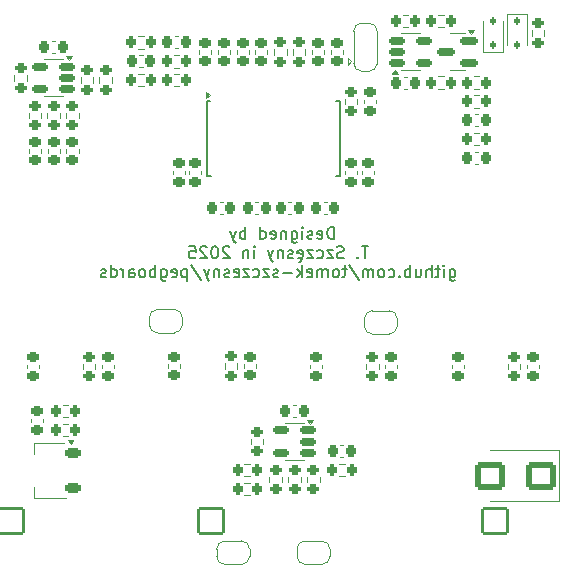
<source format=gbr>
%TF.GenerationSoftware,KiCad,Pcbnew,8.0.8*%
%TF.CreationDate,2025-03-08T19:37:29+01:00*%
%TF.ProjectId,01-2x30w_audio_amp,30312d32-7833-4307-975f-617564696f5f,rev?*%
%TF.SameCoordinates,Original*%
%TF.FileFunction,Legend,Bot*%
%TF.FilePolarity,Positive*%
%FSLAX46Y46*%
G04 Gerber Fmt 4.6, Leading zero omitted, Abs format (unit mm)*
G04 Created by KiCad (PCBNEW 8.0.8) date 2025-03-08 19:37:29*
%MOMM*%
%LPD*%
G01*
G04 APERTURE LIST*
G04 Aperture macros list*
%AMRoundRect*
0 Rectangle with rounded corners*
0 $1 Rounding radius*
0 $2 $3 $4 $5 $6 $7 $8 $9 X,Y pos of 4 corners*
0 Add a 4 corners polygon primitive as box body*
4,1,4,$2,$3,$4,$5,$6,$7,$8,$9,$2,$3,0*
0 Add four circle primitives for the rounded corners*
1,1,$1+$1,$2,$3*
1,1,$1+$1,$4,$5*
1,1,$1+$1,$6,$7*
1,1,$1+$1,$8,$9*
0 Add four rect primitives between the rounded corners*
20,1,$1+$1,$2,$3,$4,$5,0*
20,1,$1+$1,$4,$5,$6,$7,0*
20,1,$1+$1,$6,$7,$8,$9,0*
20,1,$1+$1,$8,$9,$2,$3,0*%
%AMRotRect*
0 Rectangle, with rotation*
0 The origin of the aperture is its center*
0 $1 length*
0 $2 width*
0 $3 Rotation angle, in degrees counterclockwise*
0 Add horizontal line*
21,1,$1,$2,0,0,$3*%
%AMFreePoly0*
4,1,9,3.862500,-0.866500,0.737500,-0.866500,0.737500,-0.450000,-0.737500,-0.450000,-0.737500,0.450000,0.737500,0.450000,0.737500,0.866500,3.862500,0.866500,3.862500,-0.866500,3.862500,-0.866500,$1*%
%AMFreePoly1*
4,1,19,0.500000,-0.750000,0.000000,-0.750000,0.000000,-0.744911,-0.071157,-0.744911,-0.207708,-0.704816,-0.327430,-0.627875,-0.420627,-0.520320,-0.479746,-0.390866,-0.500000,-0.250000,-0.500000,0.250000,-0.479746,0.390866,-0.420627,0.520320,-0.327430,0.627875,-0.207708,0.704816,-0.071157,0.744911,0.000000,0.744911,0.000000,0.750000,0.500000,0.750000,0.500000,-0.750000,0.500000,-0.750000,
$1*%
%AMFreePoly2*
4,1,19,0.000000,0.744911,0.071157,0.744911,0.207708,0.704816,0.327430,0.627875,0.420627,0.520320,0.479746,0.390866,0.500000,0.250000,0.500000,-0.250000,0.479746,-0.390866,0.420627,-0.520320,0.327430,-0.627875,0.207708,-0.704816,0.071157,-0.744911,0.000000,-0.744911,0.000000,-0.750000,-0.500000,-0.750000,-0.500000,0.750000,0.000000,0.750000,0.000000,0.744911,0.000000,0.744911,
$1*%
%AMFreePoly3*
4,1,19,0.000000,0.744911,0.071157,0.744911,0.207708,0.704816,0.327430,0.627875,0.420627,0.520320,0.479746,0.390866,0.500000,0.250000,0.500000,-0.250000,0.479746,-0.390866,0.420627,-0.520320,0.327430,-0.627875,0.207708,-0.704816,0.071157,-0.744911,0.000000,-0.744911,0.000000,-0.750000,-0.550000,-0.750000,-0.550000,0.750000,0.000000,0.750000,0.000000,0.744911,0.000000,0.744911,
$1*%
%AMFreePoly4*
4,1,19,0.550000,-0.750000,0.000000,-0.750000,0.000000,-0.744911,-0.071157,-0.744911,-0.207708,-0.704816,-0.327430,-0.627875,-0.420627,-0.520320,-0.479746,-0.390866,-0.500000,-0.250000,-0.500000,0.250000,-0.479746,0.390866,-0.420627,0.520320,-0.327430,0.627875,-0.207708,0.704816,-0.071157,0.744911,0.000000,0.744911,0.000000,0.750000,0.550000,0.750000,0.550000,-0.750000,0.550000,-0.750000,
$1*%
G04 Aperture macros list end*
%ADD10C,0.200000*%
%ADD11C,0.120000*%
%ADD12C,0.150000*%
%ADD13RoundRect,0.225000X0.250000X-0.225000X0.250000X0.225000X-0.250000X0.225000X-0.250000X-0.225000X0*%
%ADD14C,5.600000*%
%ADD15R,1.700000X1.700000*%
%ADD16O,1.700000X1.700000*%
%ADD17RoundRect,0.200000X0.275000X-0.200000X0.275000X0.200000X-0.275000X0.200000X-0.275000X-0.200000X0*%
%ADD18RoundRect,0.150000X0.512500X0.150000X-0.512500X0.150000X-0.512500X-0.150000X0.512500X-0.150000X0*%
%ADD19RoundRect,0.150000X-0.512500X-0.150000X0.512500X-0.150000X0.512500X0.150000X-0.512500X0.150000X0*%
%ADD20RoundRect,0.225000X-0.225000X-0.250000X0.225000X-0.250000X0.225000X0.250000X-0.225000X0.250000X0*%
%ADD21RoundRect,0.200000X-0.275000X0.200000X-0.275000X-0.200000X0.275000X-0.200000X0.275000X0.200000X0*%
%ADD22RoundRect,0.225000X-0.250000X0.225000X-0.250000X-0.225000X0.250000X-0.225000X0.250000X0.225000X0*%
%ADD23RoundRect,0.225000X0.425000X0.225000X-0.425000X0.225000X-0.425000X-0.225000X0.425000X-0.225000X0*%
%ADD24FreePoly0,180.000000*%
%ADD25RoundRect,0.250000X1.000000X0.900000X-1.000000X0.900000X-1.000000X-0.900000X1.000000X-0.900000X0*%
%ADD26C,1.800000*%
%ADD27C,2.600000*%
%ADD28C,1.600000*%
%ADD29RotRect,1.600000X1.600000X225.000000*%
%ADD30C,1.620000*%
%ADD31RoundRect,0.102000X-1.050000X-1.050000X1.050000X-1.050000X1.050000X1.050000X-1.050000X1.050000X0*%
%ADD32C,2.304000*%
%ADD33RotRect,1.600000X1.600000X315.000000*%
%ADD34RoundRect,0.200000X0.200000X0.275000X-0.200000X0.275000X-0.200000X-0.275000X0.200000X-0.275000X0*%
%ADD35FreePoly1,180.000000*%
%ADD36FreePoly2,180.000000*%
%ADD37RoundRect,0.200000X-0.200000X-0.275000X0.200000X-0.275000X0.200000X0.275000X-0.200000X0.275000X0*%
%ADD38FreePoly3,90.000000*%
%ADD39R,1.500000X1.000000*%
%ADD40FreePoly4,90.000000*%
%ADD41RoundRect,0.225000X0.225000X0.250000X-0.225000X0.250000X-0.225000X-0.250000X0.225000X-0.250000X0*%
%ADD42R,4.360000X4.110000*%
%ADD43R,0.400000X1.200000*%
%ADD44RoundRect,0.112500X-0.112500X0.187500X-0.112500X-0.187500X0.112500X-0.187500X0.112500X0.187500X0*%
%ADD45FreePoly1,0.000000*%
%ADD46FreePoly2,0.000000*%
%ADD47RoundRect,0.150000X0.587500X0.150000X-0.587500X0.150000X-0.587500X-0.150000X0.587500X-0.150000X0*%
%ADD48RoundRect,0.112500X0.112500X-0.187500X0.112500X0.187500X-0.112500X0.187500X-0.112500X-0.187500X0*%
G04 APERTURE END LIST*
D10*
X195614285Y-110147331D02*
X195614285Y-109147331D01*
X195614285Y-109147331D02*
X195376190Y-109147331D01*
X195376190Y-109147331D02*
X195233333Y-109194950D01*
X195233333Y-109194950D02*
X195138095Y-109290188D01*
X195138095Y-109290188D02*
X195090476Y-109385426D01*
X195090476Y-109385426D02*
X195042857Y-109575902D01*
X195042857Y-109575902D02*
X195042857Y-109718759D01*
X195042857Y-109718759D02*
X195090476Y-109909235D01*
X195090476Y-109909235D02*
X195138095Y-110004473D01*
X195138095Y-110004473D02*
X195233333Y-110099712D01*
X195233333Y-110099712D02*
X195376190Y-110147331D01*
X195376190Y-110147331D02*
X195614285Y-110147331D01*
X194233333Y-110099712D02*
X194328571Y-110147331D01*
X194328571Y-110147331D02*
X194519047Y-110147331D01*
X194519047Y-110147331D02*
X194614285Y-110099712D01*
X194614285Y-110099712D02*
X194661904Y-110004473D01*
X194661904Y-110004473D02*
X194661904Y-109623521D01*
X194661904Y-109623521D02*
X194614285Y-109528283D01*
X194614285Y-109528283D02*
X194519047Y-109480664D01*
X194519047Y-109480664D02*
X194328571Y-109480664D01*
X194328571Y-109480664D02*
X194233333Y-109528283D01*
X194233333Y-109528283D02*
X194185714Y-109623521D01*
X194185714Y-109623521D02*
X194185714Y-109718759D01*
X194185714Y-109718759D02*
X194661904Y-109813997D01*
X193804761Y-110099712D02*
X193709523Y-110147331D01*
X193709523Y-110147331D02*
X193519047Y-110147331D01*
X193519047Y-110147331D02*
X193423809Y-110099712D01*
X193423809Y-110099712D02*
X193376190Y-110004473D01*
X193376190Y-110004473D02*
X193376190Y-109956854D01*
X193376190Y-109956854D02*
X193423809Y-109861616D01*
X193423809Y-109861616D02*
X193519047Y-109813997D01*
X193519047Y-109813997D02*
X193661904Y-109813997D01*
X193661904Y-109813997D02*
X193757142Y-109766378D01*
X193757142Y-109766378D02*
X193804761Y-109671140D01*
X193804761Y-109671140D02*
X193804761Y-109623521D01*
X193804761Y-109623521D02*
X193757142Y-109528283D01*
X193757142Y-109528283D02*
X193661904Y-109480664D01*
X193661904Y-109480664D02*
X193519047Y-109480664D01*
X193519047Y-109480664D02*
X193423809Y-109528283D01*
X192947618Y-110147331D02*
X192947618Y-109480664D01*
X192947618Y-109147331D02*
X192995237Y-109194950D01*
X192995237Y-109194950D02*
X192947618Y-109242569D01*
X192947618Y-109242569D02*
X192899999Y-109194950D01*
X192899999Y-109194950D02*
X192947618Y-109147331D01*
X192947618Y-109147331D02*
X192947618Y-109242569D01*
X192042857Y-109480664D02*
X192042857Y-110290188D01*
X192042857Y-110290188D02*
X192090476Y-110385426D01*
X192090476Y-110385426D02*
X192138095Y-110433045D01*
X192138095Y-110433045D02*
X192233333Y-110480664D01*
X192233333Y-110480664D02*
X192376190Y-110480664D01*
X192376190Y-110480664D02*
X192471428Y-110433045D01*
X192042857Y-110099712D02*
X192138095Y-110147331D01*
X192138095Y-110147331D02*
X192328571Y-110147331D01*
X192328571Y-110147331D02*
X192423809Y-110099712D01*
X192423809Y-110099712D02*
X192471428Y-110052092D01*
X192471428Y-110052092D02*
X192519047Y-109956854D01*
X192519047Y-109956854D02*
X192519047Y-109671140D01*
X192519047Y-109671140D02*
X192471428Y-109575902D01*
X192471428Y-109575902D02*
X192423809Y-109528283D01*
X192423809Y-109528283D02*
X192328571Y-109480664D01*
X192328571Y-109480664D02*
X192138095Y-109480664D01*
X192138095Y-109480664D02*
X192042857Y-109528283D01*
X191566666Y-109480664D02*
X191566666Y-110147331D01*
X191566666Y-109575902D02*
X191519047Y-109528283D01*
X191519047Y-109528283D02*
X191423809Y-109480664D01*
X191423809Y-109480664D02*
X191280952Y-109480664D01*
X191280952Y-109480664D02*
X191185714Y-109528283D01*
X191185714Y-109528283D02*
X191138095Y-109623521D01*
X191138095Y-109623521D02*
X191138095Y-110147331D01*
X190280952Y-110099712D02*
X190376190Y-110147331D01*
X190376190Y-110147331D02*
X190566666Y-110147331D01*
X190566666Y-110147331D02*
X190661904Y-110099712D01*
X190661904Y-110099712D02*
X190709523Y-110004473D01*
X190709523Y-110004473D02*
X190709523Y-109623521D01*
X190709523Y-109623521D02*
X190661904Y-109528283D01*
X190661904Y-109528283D02*
X190566666Y-109480664D01*
X190566666Y-109480664D02*
X190376190Y-109480664D01*
X190376190Y-109480664D02*
X190280952Y-109528283D01*
X190280952Y-109528283D02*
X190233333Y-109623521D01*
X190233333Y-109623521D02*
X190233333Y-109718759D01*
X190233333Y-109718759D02*
X190709523Y-109813997D01*
X189376190Y-110147331D02*
X189376190Y-109147331D01*
X189376190Y-110099712D02*
X189471428Y-110147331D01*
X189471428Y-110147331D02*
X189661904Y-110147331D01*
X189661904Y-110147331D02*
X189757142Y-110099712D01*
X189757142Y-110099712D02*
X189804761Y-110052092D01*
X189804761Y-110052092D02*
X189852380Y-109956854D01*
X189852380Y-109956854D02*
X189852380Y-109671140D01*
X189852380Y-109671140D02*
X189804761Y-109575902D01*
X189804761Y-109575902D02*
X189757142Y-109528283D01*
X189757142Y-109528283D02*
X189661904Y-109480664D01*
X189661904Y-109480664D02*
X189471428Y-109480664D01*
X189471428Y-109480664D02*
X189376190Y-109528283D01*
X188138094Y-110147331D02*
X188138094Y-109147331D01*
X188138094Y-109528283D02*
X188042856Y-109480664D01*
X188042856Y-109480664D02*
X187852380Y-109480664D01*
X187852380Y-109480664D02*
X187757142Y-109528283D01*
X187757142Y-109528283D02*
X187709523Y-109575902D01*
X187709523Y-109575902D02*
X187661904Y-109671140D01*
X187661904Y-109671140D02*
X187661904Y-109956854D01*
X187661904Y-109956854D02*
X187709523Y-110052092D01*
X187709523Y-110052092D02*
X187757142Y-110099712D01*
X187757142Y-110099712D02*
X187852380Y-110147331D01*
X187852380Y-110147331D02*
X188042856Y-110147331D01*
X188042856Y-110147331D02*
X188138094Y-110099712D01*
X187328570Y-109480664D02*
X187090475Y-110147331D01*
X186852380Y-109480664D02*
X187090475Y-110147331D01*
X187090475Y-110147331D02*
X187185713Y-110385426D01*
X187185713Y-110385426D02*
X187233332Y-110433045D01*
X187233332Y-110433045D02*
X187328570Y-110480664D01*
X198542857Y-110757275D02*
X197971429Y-110757275D01*
X198257143Y-111757275D02*
X198257143Y-110757275D01*
X197638095Y-111662036D02*
X197590476Y-111709656D01*
X197590476Y-111709656D02*
X197638095Y-111757275D01*
X197638095Y-111757275D02*
X197685714Y-111709656D01*
X197685714Y-111709656D02*
X197638095Y-111662036D01*
X197638095Y-111662036D02*
X197638095Y-111757275D01*
X196447619Y-111709656D02*
X196304762Y-111757275D01*
X196304762Y-111757275D02*
X196066667Y-111757275D01*
X196066667Y-111757275D02*
X195971429Y-111709656D01*
X195971429Y-111709656D02*
X195923810Y-111662036D01*
X195923810Y-111662036D02*
X195876191Y-111566798D01*
X195876191Y-111566798D02*
X195876191Y-111471560D01*
X195876191Y-111471560D02*
X195923810Y-111376322D01*
X195923810Y-111376322D02*
X195971429Y-111328703D01*
X195971429Y-111328703D02*
X196066667Y-111281084D01*
X196066667Y-111281084D02*
X196257143Y-111233465D01*
X196257143Y-111233465D02*
X196352381Y-111185846D01*
X196352381Y-111185846D02*
X196400000Y-111138227D01*
X196400000Y-111138227D02*
X196447619Y-111042989D01*
X196447619Y-111042989D02*
X196447619Y-110947751D01*
X196447619Y-110947751D02*
X196400000Y-110852513D01*
X196400000Y-110852513D02*
X196352381Y-110804894D01*
X196352381Y-110804894D02*
X196257143Y-110757275D01*
X196257143Y-110757275D02*
X196019048Y-110757275D01*
X196019048Y-110757275D02*
X195876191Y-110804894D01*
X195542857Y-111090608D02*
X195019048Y-111090608D01*
X195019048Y-111090608D02*
X195542857Y-111757275D01*
X195542857Y-111757275D02*
X195019048Y-111757275D01*
X194209524Y-111709656D02*
X194304762Y-111757275D01*
X194304762Y-111757275D02*
X194495238Y-111757275D01*
X194495238Y-111757275D02*
X194590476Y-111709656D01*
X194590476Y-111709656D02*
X194638095Y-111662036D01*
X194638095Y-111662036D02*
X194685714Y-111566798D01*
X194685714Y-111566798D02*
X194685714Y-111281084D01*
X194685714Y-111281084D02*
X194638095Y-111185846D01*
X194638095Y-111185846D02*
X194590476Y-111138227D01*
X194590476Y-111138227D02*
X194495238Y-111090608D01*
X194495238Y-111090608D02*
X194304762Y-111090608D01*
X194304762Y-111090608D02*
X194209524Y-111138227D01*
X193876190Y-111090608D02*
X193352381Y-111090608D01*
X193352381Y-111090608D02*
X193876190Y-111757275D01*
X193876190Y-111757275D02*
X193352381Y-111757275D01*
X192590476Y-111709656D02*
X192685714Y-111757275D01*
X192685714Y-111757275D02*
X192876190Y-111757275D01*
X192876190Y-111757275D02*
X192971428Y-111709656D01*
X192971428Y-111709656D02*
X193019047Y-111614417D01*
X193019047Y-111614417D02*
X193019047Y-111233465D01*
X193019047Y-111233465D02*
X192971428Y-111138227D01*
X192971428Y-111138227D02*
X192876190Y-111090608D01*
X192876190Y-111090608D02*
X192685714Y-111090608D01*
X192685714Y-111090608D02*
X192590476Y-111138227D01*
X192590476Y-111138227D02*
X192542857Y-111233465D01*
X192542857Y-111233465D02*
X192542857Y-111328703D01*
X192542857Y-111328703D02*
X193019047Y-111423941D01*
X192780952Y-111757275D02*
X192876190Y-111852513D01*
X192876190Y-111852513D02*
X192923809Y-111947751D01*
X192923809Y-111947751D02*
X192876190Y-112042989D01*
X192876190Y-112042989D02*
X192780952Y-112090608D01*
X192780952Y-112090608D02*
X192685714Y-112090608D01*
X192161904Y-111709656D02*
X192066666Y-111757275D01*
X192066666Y-111757275D02*
X191876190Y-111757275D01*
X191876190Y-111757275D02*
X191780952Y-111709656D01*
X191780952Y-111709656D02*
X191733333Y-111614417D01*
X191733333Y-111614417D02*
X191733333Y-111566798D01*
X191733333Y-111566798D02*
X191780952Y-111471560D01*
X191780952Y-111471560D02*
X191876190Y-111423941D01*
X191876190Y-111423941D02*
X192019047Y-111423941D01*
X192019047Y-111423941D02*
X192114285Y-111376322D01*
X192114285Y-111376322D02*
X192161904Y-111281084D01*
X192161904Y-111281084D02*
X192161904Y-111233465D01*
X192161904Y-111233465D02*
X192114285Y-111138227D01*
X192114285Y-111138227D02*
X192019047Y-111090608D01*
X192019047Y-111090608D02*
X191876190Y-111090608D01*
X191876190Y-111090608D02*
X191780952Y-111138227D01*
X191304761Y-111090608D02*
X191304761Y-111757275D01*
X191304761Y-111185846D02*
X191257142Y-111138227D01*
X191257142Y-111138227D02*
X191161904Y-111090608D01*
X191161904Y-111090608D02*
X191019047Y-111090608D01*
X191019047Y-111090608D02*
X190923809Y-111138227D01*
X190923809Y-111138227D02*
X190876190Y-111233465D01*
X190876190Y-111233465D02*
X190876190Y-111757275D01*
X190495237Y-111090608D02*
X190257142Y-111757275D01*
X190019047Y-111090608D02*
X190257142Y-111757275D01*
X190257142Y-111757275D02*
X190352380Y-111995370D01*
X190352380Y-111995370D02*
X190399999Y-112042989D01*
X190399999Y-112042989D02*
X190495237Y-112090608D01*
X188876189Y-111757275D02*
X188876189Y-111090608D01*
X188876189Y-110757275D02*
X188923808Y-110804894D01*
X188923808Y-110804894D02*
X188876189Y-110852513D01*
X188876189Y-110852513D02*
X188828570Y-110804894D01*
X188828570Y-110804894D02*
X188876189Y-110757275D01*
X188876189Y-110757275D02*
X188876189Y-110852513D01*
X188399999Y-111090608D02*
X188399999Y-111757275D01*
X188399999Y-111185846D02*
X188352380Y-111138227D01*
X188352380Y-111138227D02*
X188257142Y-111090608D01*
X188257142Y-111090608D02*
X188114285Y-111090608D01*
X188114285Y-111090608D02*
X188019047Y-111138227D01*
X188019047Y-111138227D02*
X187971428Y-111233465D01*
X187971428Y-111233465D02*
X187971428Y-111757275D01*
X186780951Y-110852513D02*
X186733332Y-110804894D01*
X186733332Y-110804894D02*
X186638094Y-110757275D01*
X186638094Y-110757275D02*
X186399999Y-110757275D01*
X186399999Y-110757275D02*
X186304761Y-110804894D01*
X186304761Y-110804894D02*
X186257142Y-110852513D01*
X186257142Y-110852513D02*
X186209523Y-110947751D01*
X186209523Y-110947751D02*
X186209523Y-111042989D01*
X186209523Y-111042989D02*
X186257142Y-111185846D01*
X186257142Y-111185846D02*
X186828570Y-111757275D01*
X186828570Y-111757275D02*
X186209523Y-111757275D01*
X185590475Y-110757275D02*
X185495237Y-110757275D01*
X185495237Y-110757275D02*
X185399999Y-110804894D01*
X185399999Y-110804894D02*
X185352380Y-110852513D01*
X185352380Y-110852513D02*
X185304761Y-110947751D01*
X185304761Y-110947751D02*
X185257142Y-111138227D01*
X185257142Y-111138227D02*
X185257142Y-111376322D01*
X185257142Y-111376322D02*
X185304761Y-111566798D01*
X185304761Y-111566798D02*
X185352380Y-111662036D01*
X185352380Y-111662036D02*
X185399999Y-111709656D01*
X185399999Y-111709656D02*
X185495237Y-111757275D01*
X185495237Y-111757275D02*
X185590475Y-111757275D01*
X185590475Y-111757275D02*
X185685713Y-111709656D01*
X185685713Y-111709656D02*
X185733332Y-111662036D01*
X185733332Y-111662036D02*
X185780951Y-111566798D01*
X185780951Y-111566798D02*
X185828570Y-111376322D01*
X185828570Y-111376322D02*
X185828570Y-111138227D01*
X185828570Y-111138227D02*
X185780951Y-110947751D01*
X185780951Y-110947751D02*
X185733332Y-110852513D01*
X185733332Y-110852513D02*
X185685713Y-110804894D01*
X185685713Y-110804894D02*
X185590475Y-110757275D01*
X184876189Y-110852513D02*
X184828570Y-110804894D01*
X184828570Y-110804894D02*
X184733332Y-110757275D01*
X184733332Y-110757275D02*
X184495237Y-110757275D01*
X184495237Y-110757275D02*
X184399999Y-110804894D01*
X184399999Y-110804894D02*
X184352380Y-110852513D01*
X184352380Y-110852513D02*
X184304761Y-110947751D01*
X184304761Y-110947751D02*
X184304761Y-111042989D01*
X184304761Y-111042989D02*
X184352380Y-111185846D01*
X184352380Y-111185846D02*
X184923808Y-111757275D01*
X184923808Y-111757275D02*
X184304761Y-111757275D01*
X183399999Y-110757275D02*
X183876189Y-110757275D01*
X183876189Y-110757275D02*
X183923808Y-111233465D01*
X183923808Y-111233465D02*
X183876189Y-111185846D01*
X183876189Y-111185846D02*
X183780951Y-111138227D01*
X183780951Y-111138227D02*
X183542856Y-111138227D01*
X183542856Y-111138227D02*
X183447618Y-111185846D01*
X183447618Y-111185846D02*
X183399999Y-111233465D01*
X183399999Y-111233465D02*
X183352380Y-111328703D01*
X183352380Y-111328703D02*
X183352380Y-111566798D01*
X183352380Y-111566798D02*
X183399999Y-111662036D01*
X183399999Y-111662036D02*
X183447618Y-111709656D01*
X183447618Y-111709656D02*
X183542856Y-111757275D01*
X183542856Y-111757275D02*
X183780951Y-111757275D01*
X183780951Y-111757275D02*
X183876189Y-111709656D01*
X183876189Y-111709656D02*
X183923808Y-111662036D01*
X205423810Y-112700552D02*
X205423810Y-113510076D01*
X205423810Y-113510076D02*
X205471429Y-113605314D01*
X205471429Y-113605314D02*
X205519048Y-113652933D01*
X205519048Y-113652933D02*
X205614286Y-113700552D01*
X205614286Y-113700552D02*
X205757143Y-113700552D01*
X205757143Y-113700552D02*
X205852381Y-113652933D01*
X205423810Y-113319600D02*
X205519048Y-113367219D01*
X205519048Y-113367219D02*
X205709524Y-113367219D01*
X205709524Y-113367219D02*
X205804762Y-113319600D01*
X205804762Y-113319600D02*
X205852381Y-113271980D01*
X205852381Y-113271980D02*
X205900000Y-113176742D01*
X205900000Y-113176742D02*
X205900000Y-112891028D01*
X205900000Y-112891028D02*
X205852381Y-112795790D01*
X205852381Y-112795790D02*
X205804762Y-112748171D01*
X205804762Y-112748171D02*
X205709524Y-112700552D01*
X205709524Y-112700552D02*
X205519048Y-112700552D01*
X205519048Y-112700552D02*
X205423810Y-112748171D01*
X204947619Y-113367219D02*
X204947619Y-112700552D01*
X204947619Y-112367219D02*
X204995238Y-112414838D01*
X204995238Y-112414838D02*
X204947619Y-112462457D01*
X204947619Y-112462457D02*
X204900000Y-112414838D01*
X204900000Y-112414838D02*
X204947619Y-112367219D01*
X204947619Y-112367219D02*
X204947619Y-112462457D01*
X204614286Y-112700552D02*
X204233334Y-112700552D01*
X204471429Y-112367219D02*
X204471429Y-113224361D01*
X204471429Y-113224361D02*
X204423810Y-113319600D01*
X204423810Y-113319600D02*
X204328572Y-113367219D01*
X204328572Y-113367219D02*
X204233334Y-113367219D01*
X203900000Y-113367219D02*
X203900000Y-112367219D01*
X203471429Y-113367219D02*
X203471429Y-112843409D01*
X203471429Y-112843409D02*
X203519048Y-112748171D01*
X203519048Y-112748171D02*
X203614286Y-112700552D01*
X203614286Y-112700552D02*
X203757143Y-112700552D01*
X203757143Y-112700552D02*
X203852381Y-112748171D01*
X203852381Y-112748171D02*
X203900000Y-112795790D01*
X202566667Y-112700552D02*
X202566667Y-113367219D01*
X202995238Y-112700552D02*
X202995238Y-113224361D01*
X202995238Y-113224361D02*
X202947619Y-113319600D01*
X202947619Y-113319600D02*
X202852381Y-113367219D01*
X202852381Y-113367219D02*
X202709524Y-113367219D01*
X202709524Y-113367219D02*
X202614286Y-113319600D01*
X202614286Y-113319600D02*
X202566667Y-113271980D01*
X202090476Y-113367219D02*
X202090476Y-112367219D01*
X202090476Y-112748171D02*
X201995238Y-112700552D01*
X201995238Y-112700552D02*
X201804762Y-112700552D01*
X201804762Y-112700552D02*
X201709524Y-112748171D01*
X201709524Y-112748171D02*
X201661905Y-112795790D01*
X201661905Y-112795790D02*
X201614286Y-112891028D01*
X201614286Y-112891028D02*
X201614286Y-113176742D01*
X201614286Y-113176742D02*
X201661905Y-113271980D01*
X201661905Y-113271980D02*
X201709524Y-113319600D01*
X201709524Y-113319600D02*
X201804762Y-113367219D01*
X201804762Y-113367219D02*
X201995238Y-113367219D01*
X201995238Y-113367219D02*
X202090476Y-113319600D01*
X201185714Y-113271980D02*
X201138095Y-113319600D01*
X201138095Y-113319600D02*
X201185714Y-113367219D01*
X201185714Y-113367219D02*
X201233333Y-113319600D01*
X201233333Y-113319600D02*
X201185714Y-113271980D01*
X201185714Y-113271980D02*
X201185714Y-113367219D01*
X200280953Y-113319600D02*
X200376191Y-113367219D01*
X200376191Y-113367219D02*
X200566667Y-113367219D01*
X200566667Y-113367219D02*
X200661905Y-113319600D01*
X200661905Y-113319600D02*
X200709524Y-113271980D01*
X200709524Y-113271980D02*
X200757143Y-113176742D01*
X200757143Y-113176742D02*
X200757143Y-112891028D01*
X200757143Y-112891028D02*
X200709524Y-112795790D01*
X200709524Y-112795790D02*
X200661905Y-112748171D01*
X200661905Y-112748171D02*
X200566667Y-112700552D01*
X200566667Y-112700552D02*
X200376191Y-112700552D01*
X200376191Y-112700552D02*
X200280953Y-112748171D01*
X199709524Y-113367219D02*
X199804762Y-113319600D01*
X199804762Y-113319600D02*
X199852381Y-113271980D01*
X199852381Y-113271980D02*
X199900000Y-113176742D01*
X199900000Y-113176742D02*
X199900000Y-112891028D01*
X199900000Y-112891028D02*
X199852381Y-112795790D01*
X199852381Y-112795790D02*
X199804762Y-112748171D01*
X199804762Y-112748171D02*
X199709524Y-112700552D01*
X199709524Y-112700552D02*
X199566667Y-112700552D01*
X199566667Y-112700552D02*
X199471429Y-112748171D01*
X199471429Y-112748171D02*
X199423810Y-112795790D01*
X199423810Y-112795790D02*
X199376191Y-112891028D01*
X199376191Y-112891028D02*
X199376191Y-113176742D01*
X199376191Y-113176742D02*
X199423810Y-113271980D01*
X199423810Y-113271980D02*
X199471429Y-113319600D01*
X199471429Y-113319600D02*
X199566667Y-113367219D01*
X199566667Y-113367219D02*
X199709524Y-113367219D01*
X198947619Y-113367219D02*
X198947619Y-112700552D01*
X198947619Y-112795790D02*
X198900000Y-112748171D01*
X198900000Y-112748171D02*
X198804762Y-112700552D01*
X198804762Y-112700552D02*
X198661905Y-112700552D01*
X198661905Y-112700552D02*
X198566667Y-112748171D01*
X198566667Y-112748171D02*
X198519048Y-112843409D01*
X198519048Y-112843409D02*
X198519048Y-113367219D01*
X198519048Y-112843409D02*
X198471429Y-112748171D01*
X198471429Y-112748171D02*
X198376191Y-112700552D01*
X198376191Y-112700552D02*
X198233334Y-112700552D01*
X198233334Y-112700552D02*
X198138095Y-112748171D01*
X198138095Y-112748171D02*
X198090476Y-112843409D01*
X198090476Y-112843409D02*
X198090476Y-113367219D01*
X196900001Y-112319600D02*
X197757143Y-113605314D01*
X196709524Y-112700552D02*
X196328572Y-112700552D01*
X196566667Y-112367219D02*
X196566667Y-113224361D01*
X196566667Y-113224361D02*
X196519048Y-113319600D01*
X196519048Y-113319600D02*
X196423810Y-113367219D01*
X196423810Y-113367219D02*
X196328572Y-113367219D01*
X195852381Y-113367219D02*
X195947619Y-113319600D01*
X195947619Y-113319600D02*
X195995238Y-113271980D01*
X195995238Y-113271980D02*
X196042857Y-113176742D01*
X196042857Y-113176742D02*
X196042857Y-112891028D01*
X196042857Y-112891028D02*
X195995238Y-112795790D01*
X195995238Y-112795790D02*
X195947619Y-112748171D01*
X195947619Y-112748171D02*
X195852381Y-112700552D01*
X195852381Y-112700552D02*
X195709524Y-112700552D01*
X195709524Y-112700552D02*
X195614286Y-112748171D01*
X195614286Y-112748171D02*
X195566667Y-112795790D01*
X195566667Y-112795790D02*
X195519048Y-112891028D01*
X195519048Y-112891028D02*
X195519048Y-113176742D01*
X195519048Y-113176742D02*
X195566667Y-113271980D01*
X195566667Y-113271980D02*
X195614286Y-113319600D01*
X195614286Y-113319600D02*
X195709524Y-113367219D01*
X195709524Y-113367219D02*
X195852381Y-113367219D01*
X195090476Y-113367219D02*
X195090476Y-112700552D01*
X195090476Y-112795790D02*
X195042857Y-112748171D01*
X195042857Y-112748171D02*
X194947619Y-112700552D01*
X194947619Y-112700552D02*
X194804762Y-112700552D01*
X194804762Y-112700552D02*
X194709524Y-112748171D01*
X194709524Y-112748171D02*
X194661905Y-112843409D01*
X194661905Y-112843409D02*
X194661905Y-113367219D01*
X194661905Y-112843409D02*
X194614286Y-112748171D01*
X194614286Y-112748171D02*
X194519048Y-112700552D01*
X194519048Y-112700552D02*
X194376191Y-112700552D01*
X194376191Y-112700552D02*
X194280952Y-112748171D01*
X194280952Y-112748171D02*
X194233333Y-112843409D01*
X194233333Y-112843409D02*
X194233333Y-113367219D01*
X193376191Y-113319600D02*
X193471429Y-113367219D01*
X193471429Y-113367219D02*
X193661905Y-113367219D01*
X193661905Y-113367219D02*
X193757143Y-113319600D01*
X193757143Y-113319600D02*
X193804762Y-113224361D01*
X193804762Y-113224361D02*
X193804762Y-112843409D01*
X193804762Y-112843409D02*
X193757143Y-112748171D01*
X193757143Y-112748171D02*
X193661905Y-112700552D01*
X193661905Y-112700552D02*
X193471429Y-112700552D01*
X193471429Y-112700552D02*
X193376191Y-112748171D01*
X193376191Y-112748171D02*
X193328572Y-112843409D01*
X193328572Y-112843409D02*
X193328572Y-112938647D01*
X193328572Y-112938647D02*
X193804762Y-113033885D01*
X192900000Y-113367219D02*
X192900000Y-112367219D01*
X192804762Y-112986266D02*
X192519048Y-113367219D01*
X192519048Y-112700552D02*
X192900000Y-113081504D01*
X192090476Y-112986266D02*
X191328572Y-112986266D01*
X190900000Y-113319600D02*
X190804762Y-113367219D01*
X190804762Y-113367219D02*
X190614286Y-113367219D01*
X190614286Y-113367219D02*
X190519048Y-113319600D01*
X190519048Y-113319600D02*
X190471429Y-113224361D01*
X190471429Y-113224361D02*
X190471429Y-113176742D01*
X190471429Y-113176742D02*
X190519048Y-113081504D01*
X190519048Y-113081504D02*
X190614286Y-113033885D01*
X190614286Y-113033885D02*
X190757143Y-113033885D01*
X190757143Y-113033885D02*
X190852381Y-112986266D01*
X190852381Y-112986266D02*
X190900000Y-112891028D01*
X190900000Y-112891028D02*
X190900000Y-112843409D01*
X190900000Y-112843409D02*
X190852381Y-112748171D01*
X190852381Y-112748171D02*
X190757143Y-112700552D01*
X190757143Y-112700552D02*
X190614286Y-112700552D01*
X190614286Y-112700552D02*
X190519048Y-112748171D01*
X190138095Y-112700552D02*
X189614286Y-112700552D01*
X189614286Y-112700552D02*
X190138095Y-113367219D01*
X190138095Y-113367219D02*
X189614286Y-113367219D01*
X188804762Y-113319600D02*
X188900000Y-113367219D01*
X188900000Y-113367219D02*
X189090476Y-113367219D01*
X189090476Y-113367219D02*
X189185714Y-113319600D01*
X189185714Y-113319600D02*
X189233333Y-113271980D01*
X189233333Y-113271980D02*
X189280952Y-113176742D01*
X189280952Y-113176742D02*
X189280952Y-112891028D01*
X189280952Y-112891028D02*
X189233333Y-112795790D01*
X189233333Y-112795790D02*
X189185714Y-112748171D01*
X189185714Y-112748171D02*
X189090476Y-112700552D01*
X189090476Y-112700552D02*
X188900000Y-112700552D01*
X188900000Y-112700552D02*
X188804762Y-112748171D01*
X188471428Y-112700552D02*
X187947619Y-112700552D01*
X187947619Y-112700552D02*
X188471428Y-113367219D01*
X188471428Y-113367219D02*
X187947619Y-113367219D01*
X187185714Y-113319600D02*
X187280952Y-113367219D01*
X187280952Y-113367219D02*
X187471428Y-113367219D01*
X187471428Y-113367219D02*
X187566666Y-113319600D01*
X187566666Y-113319600D02*
X187614285Y-113224361D01*
X187614285Y-113224361D02*
X187614285Y-112843409D01*
X187614285Y-112843409D02*
X187566666Y-112748171D01*
X187566666Y-112748171D02*
X187471428Y-112700552D01*
X187471428Y-112700552D02*
X187280952Y-112700552D01*
X187280952Y-112700552D02*
X187185714Y-112748171D01*
X187185714Y-112748171D02*
X187138095Y-112843409D01*
X187138095Y-112843409D02*
X187138095Y-112938647D01*
X187138095Y-112938647D02*
X187614285Y-113033885D01*
X186757142Y-113319600D02*
X186661904Y-113367219D01*
X186661904Y-113367219D02*
X186471428Y-113367219D01*
X186471428Y-113367219D02*
X186376190Y-113319600D01*
X186376190Y-113319600D02*
X186328571Y-113224361D01*
X186328571Y-113224361D02*
X186328571Y-113176742D01*
X186328571Y-113176742D02*
X186376190Y-113081504D01*
X186376190Y-113081504D02*
X186471428Y-113033885D01*
X186471428Y-113033885D02*
X186614285Y-113033885D01*
X186614285Y-113033885D02*
X186709523Y-112986266D01*
X186709523Y-112986266D02*
X186757142Y-112891028D01*
X186757142Y-112891028D02*
X186757142Y-112843409D01*
X186757142Y-112843409D02*
X186709523Y-112748171D01*
X186709523Y-112748171D02*
X186614285Y-112700552D01*
X186614285Y-112700552D02*
X186471428Y-112700552D01*
X186471428Y-112700552D02*
X186376190Y-112748171D01*
X185899999Y-112700552D02*
X185899999Y-113367219D01*
X185899999Y-112795790D02*
X185852380Y-112748171D01*
X185852380Y-112748171D02*
X185757142Y-112700552D01*
X185757142Y-112700552D02*
X185614285Y-112700552D01*
X185614285Y-112700552D02*
X185519047Y-112748171D01*
X185519047Y-112748171D02*
X185471428Y-112843409D01*
X185471428Y-112843409D02*
X185471428Y-113367219D01*
X185090475Y-112700552D02*
X184852380Y-113367219D01*
X184614285Y-112700552D02*
X184852380Y-113367219D01*
X184852380Y-113367219D02*
X184947618Y-113605314D01*
X184947618Y-113605314D02*
X184995237Y-113652933D01*
X184995237Y-113652933D02*
X185090475Y-113700552D01*
X183519047Y-112319600D02*
X184376189Y-113605314D01*
X183185713Y-112700552D02*
X183185713Y-113700552D01*
X183185713Y-112748171D02*
X183090475Y-112700552D01*
X183090475Y-112700552D02*
X182899999Y-112700552D01*
X182899999Y-112700552D02*
X182804761Y-112748171D01*
X182804761Y-112748171D02*
X182757142Y-112795790D01*
X182757142Y-112795790D02*
X182709523Y-112891028D01*
X182709523Y-112891028D02*
X182709523Y-113176742D01*
X182709523Y-113176742D02*
X182757142Y-113271980D01*
X182757142Y-113271980D02*
X182804761Y-113319600D01*
X182804761Y-113319600D02*
X182899999Y-113367219D01*
X182899999Y-113367219D02*
X183090475Y-113367219D01*
X183090475Y-113367219D02*
X183185713Y-113319600D01*
X181899999Y-113319600D02*
X181995237Y-113367219D01*
X181995237Y-113367219D02*
X182185713Y-113367219D01*
X182185713Y-113367219D02*
X182280951Y-113319600D01*
X182280951Y-113319600D02*
X182328570Y-113224361D01*
X182328570Y-113224361D02*
X182328570Y-112843409D01*
X182328570Y-112843409D02*
X182280951Y-112748171D01*
X182280951Y-112748171D02*
X182185713Y-112700552D01*
X182185713Y-112700552D02*
X181995237Y-112700552D01*
X181995237Y-112700552D02*
X181899999Y-112748171D01*
X181899999Y-112748171D02*
X181852380Y-112843409D01*
X181852380Y-112843409D02*
X181852380Y-112938647D01*
X181852380Y-112938647D02*
X182328570Y-113033885D01*
X180995237Y-112700552D02*
X180995237Y-113510076D01*
X180995237Y-113510076D02*
X181042856Y-113605314D01*
X181042856Y-113605314D02*
X181090475Y-113652933D01*
X181090475Y-113652933D02*
X181185713Y-113700552D01*
X181185713Y-113700552D02*
X181328570Y-113700552D01*
X181328570Y-113700552D02*
X181423808Y-113652933D01*
X180995237Y-113319600D02*
X181090475Y-113367219D01*
X181090475Y-113367219D02*
X181280951Y-113367219D01*
X181280951Y-113367219D02*
X181376189Y-113319600D01*
X181376189Y-113319600D02*
X181423808Y-113271980D01*
X181423808Y-113271980D02*
X181471427Y-113176742D01*
X181471427Y-113176742D02*
X181471427Y-112891028D01*
X181471427Y-112891028D02*
X181423808Y-112795790D01*
X181423808Y-112795790D02*
X181376189Y-112748171D01*
X181376189Y-112748171D02*
X181280951Y-112700552D01*
X181280951Y-112700552D02*
X181090475Y-112700552D01*
X181090475Y-112700552D02*
X180995237Y-112748171D01*
X180519046Y-113367219D02*
X180519046Y-112367219D01*
X180519046Y-112748171D02*
X180423808Y-112700552D01*
X180423808Y-112700552D02*
X180233332Y-112700552D01*
X180233332Y-112700552D02*
X180138094Y-112748171D01*
X180138094Y-112748171D02*
X180090475Y-112795790D01*
X180090475Y-112795790D02*
X180042856Y-112891028D01*
X180042856Y-112891028D02*
X180042856Y-113176742D01*
X180042856Y-113176742D02*
X180090475Y-113271980D01*
X180090475Y-113271980D02*
X180138094Y-113319600D01*
X180138094Y-113319600D02*
X180233332Y-113367219D01*
X180233332Y-113367219D02*
X180423808Y-113367219D01*
X180423808Y-113367219D02*
X180519046Y-113319600D01*
X179471427Y-113367219D02*
X179566665Y-113319600D01*
X179566665Y-113319600D02*
X179614284Y-113271980D01*
X179614284Y-113271980D02*
X179661903Y-113176742D01*
X179661903Y-113176742D02*
X179661903Y-112891028D01*
X179661903Y-112891028D02*
X179614284Y-112795790D01*
X179614284Y-112795790D02*
X179566665Y-112748171D01*
X179566665Y-112748171D02*
X179471427Y-112700552D01*
X179471427Y-112700552D02*
X179328570Y-112700552D01*
X179328570Y-112700552D02*
X179233332Y-112748171D01*
X179233332Y-112748171D02*
X179185713Y-112795790D01*
X179185713Y-112795790D02*
X179138094Y-112891028D01*
X179138094Y-112891028D02*
X179138094Y-113176742D01*
X179138094Y-113176742D02*
X179185713Y-113271980D01*
X179185713Y-113271980D02*
X179233332Y-113319600D01*
X179233332Y-113319600D02*
X179328570Y-113367219D01*
X179328570Y-113367219D02*
X179471427Y-113367219D01*
X178280951Y-113367219D02*
X178280951Y-112843409D01*
X178280951Y-112843409D02*
X178328570Y-112748171D01*
X178328570Y-112748171D02*
X178423808Y-112700552D01*
X178423808Y-112700552D02*
X178614284Y-112700552D01*
X178614284Y-112700552D02*
X178709522Y-112748171D01*
X178280951Y-113319600D02*
X178376189Y-113367219D01*
X178376189Y-113367219D02*
X178614284Y-113367219D01*
X178614284Y-113367219D02*
X178709522Y-113319600D01*
X178709522Y-113319600D02*
X178757141Y-113224361D01*
X178757141Y-113224361D02*
X178757141Y-113129123D01*
X178757141Y-113129123D02*
X178709522Y-113033885D01*
X178709522Y-113033885D02*
X178614284Y-112986266D01*
X178614284Y-112986266D02*
X178376189Y-112986266D01*
X178376189Y-112986266D02*
X178280951Y-112938647D01*
X177804760Y-113367219D02*
X177804760Y-112700552D01*
X177804760Y-112891028D02*
X177757141Y-112795790D01*
X177757141Y-112795790D02*
X177709522Y-112748171D01*
X177709522Y-112748171D02*
X177614284Y-112700552D01*
X177614284Y-112700552D02*
X177519046Y-112700552D01*
X176757141Y-113367219D02*
X176757141Y-112367219D01*
X176757141Y-113319600D02*
X176852379Y-113367219D01*
X176852379Y-113367219D02*
X177042855Y-113367219D01*
X177042855Y-113367219D02*
X177138093Y-113319600D01*
X177138093Y-113319600D02*
X177185712Y-113271980D01*
X177185712Y-113271980D02*
X177233331Y-113176742D01*
X177233331Y-113176742D02*
X177233331Y-112891028D01*
X177233331Y-112891028D02*
X177185712Y-112795790D01*
X177185712Y-112795790D02*
X177138093Y-112748171D01*
X177138093Y-112748171D02*
X177042855Y-112700552D01*
X177042855Y-112700552D02*
X176852379Y-112700552D01*
X176852379Y-112700552D02*
X176757141Y-112748171D01*
X176328569Y-113319600D02*
X176233331Y-113367219D01*
X176233331Y-113367219D02*
X176042855Y-113367219D01*
X176042855Y-113367219D02*
X175947617Y-113319600D01*
X175947617Y-113319600D02*
X175899998Y-113224361D01*
X175899998Y-113224361D02*
X175899998Y-113176742D01*
X175899998Y-113176742D02*
X175947617Y-113081504D01*
X175947617Y-113081504D02*
X176042855Y-113033885D01*
X176042855Y-113033885D02*
X176185712Y-113033885D01*
X176185712Y-113033885D02*
X176280950Y-112986266D01*
X176280950Y-112986266D02*
X176328569Y-112891028D01*
X176328569Y-112891028D02*
X176328569Y-112843409D01*
X176328569Y-112843409D02*
X176280950Y-112748171D01*
X176280950Y-112748171D02*
X176185712Y-112700552D01*
X176185712Y-112700552D02*
X176042855Y-112700552D01*
X176042855Y-112700552D02*
X175947617Y-112748171D01*
D11*
%TO.C,C5*%
X171010000Y-125359420D02*
X171010000Y-125640580D01*
X169990000Y-125359420D02*
X169990000Y-125640580D01*
%TO.C,R33*%
X190177500Y-130262742D02*
X190177500Y-130737258D01*
X191222500Y-130262742D02*
X191222500Y-130737258D01*
%TO.C,U5*%
X172700000Y-94940000D02*
X171900000Y-94940000D01*
X171100000Y-94940000D02*
X171900000Y-94940000D01*
X172700000Y-98060000D02*
X171900000Y-98060000D01*
X171100000Y-98060000D02*
X171900000Y-98060000D01*
X173200000Y-94990000D02*
X172960000Y-94660000D01*
X173440000Y-94660000D01*
X173200000Y-94990000D01*
G36*
X173200000Y-94990000D02*
G01*
X172960000Y-94660000D01*
X173440000Y-94660000D01*
X173200000Y-94990000D01*
G37*
%TO.C,U1*%
X201300000Y-95860000D02*
X202100000Y-95860001D01*
X202900000Y-95860000D02*
X202100000Y-95860001D01*
X201300000Y-92740000D02*
X202100000Y-92739999D01*
X202900000Y-92740000D02*
X202100000Y-92739999D01*
X201040000Y-96140000D02*
X200560000Y-96140000D01*
X200800000Y-95810000D01*
X201040000Y-96140000D01*
G36*
X201040000Y-96140000D02*
G01*
X200560000Y-96140000D01*
X200800000Y-95810000D01*
X201040000Y-96140000D01*
G37*
%TO.C,C41*%
X172040581Y-94410000D02*
X171759419Y-94410000D01*
X172040581Y-93390000D02*
X171759419Y-93390000D01*
%TO.C,R31*%
X192822500Y-130737258D02*
X192822500Y-130262742D01*
X191777500Y-130737258D02*
X191777500Y-130262742D01*
%TO.C,C16*%
X185790000Y-94440581D02*
X185790000Y-94159419D01*
X186810000Y-94440581D02*
X186810000Y-94159419D01*
%TO.C,C14*%
X182440581Y-94010000D02*
X182159419Y-94010000D01*
X182440581Y-92990000D02*
X182159419Y-92990000D01*
%TO.C,C13*%
X195390000Y-94440581D02*
X195390000Y-94159419D01*
X196410000Y-94440581D02*
X196410000Y-94159419D01*
%TO.C,C12*%
X193790000Y-94440581D02*
X193790000Y-94159419D01*
X194810000Y-94440581D02*
X194810000Y-94159419D01*
%TO.C,C11*%
X187390000Y-94440581D02*
X187390000Y-94159419D01*
X188410000Y-94440581D02*
X188410000Y-94159419D01*
%TO.C,C10*%
X184190000Y-94440581D02*
X184190000Y-94159419D01*
X185210000Y-94440581D02*
X185210000Y-94159419D01*
%TO.C,C9*%
X179440581Y-95610000D02*
X179159419Y-95610000D01*
X179440581Y-94590000D02*
X179159419Y-94590000D01*
%TO.C,C7*%
X207840581Y-103810000D02*
X207559419Y-103810000D01*
X207840581Y-102790000D02*
X207559419Y-102790000D01*
%TO.C,C3*%
X172990000Y-102559419D02*
X172990000Y-102840581D01*
X174010000Y-102559419D02*
X174010000Y-102840581D01*
%TO.C,C2*%
X169790000Y-102559419D02*
X169790000Y-102840581D01*
X170810000Y-102559419D02*
X170810000Y-102840581D01*
%TO.C,C1*%
X171390000Y-102559419D02*
X171390000Y-102840581D01*
X172410000Y-102559419D02*
X172410000Y-102840581D01*
%TO.C,U2*%
X170202499Y-127377500D02*
X172782499Y-127377500D01*
X170202499Y-127377500D02*
X170202499Y-128357500D01*
X170202499Y-132097500D02*
X170202499Y-131117500D01*
X172922499Y-132097500D02*
X170202499Y-132097500D01*
X173332499Y-127527500D02*
X173092499Y-127197500D01*
X173572499Y-127197500D01*
X173332499Y-127527500D01*
G36*
X173332499Y-127527500D02*
G01*
X173092499Y-127197500D01*
X173572499Y-127197500D01*
X173332499Y-127527500D01*
G37*
%TO.C,D5*%
X208850000Y-132325000D02*
X214660000Y-132325000D01*
X208850000Y-128025000D02*
X214660000Y-128025000D01*
X214660000Y-132325000D02*
X214660000Y-128025000D01*
%TO.C,R25*%
X182062742Y-97222500D02*
X182537258Y-97222500D01*
X182062742Y-96177500D02*
X182537258Y-96177500D01*
%TO.C,U3*%
X193600000Y-125790000D02*
X193360000Y-125460000D01*
X193840000Y-125460000D01*
X193600000Y-125790000D01*
G36*
X193600000Y-125790000D02*
G01*
X193360000Y-125460000D01*
X193840000Y-125460000D01*
X193600000Y-125790000D01*
G37*
X193100000Y-128860000D02*
X192300000Y-128860000D01*
X193100000Y-125740000D02*
X192300000Y-125740000D01*
X191500000Y-128860000D02*
X192300000Y-128860000D01*
X191500000Y-125740000D02*
X192300000Y-125740000D01*
%TO.C,C21*%
X192040581Y-106990000D02*
X191759419Y-106990000D01*
X192040581Y-108010000D02*
X191759419Y-108010000D01*
%TO.C,R28*%
X186377500Y-121137258D02*
X186377500Y-120662742D01*
X187422500Y-121137258D02*
X187422500Y-120662742D01*
%TO.C,R3*%
X171377500Y-99462742D02*
X171377500Y-99937258D01*
X172422500Y-99462742D02*
X172422500Y-99937258D01*
%TO.C,C36*%
X205615000Y-121065581D02*
X205615000Y-120784419D01*
X206635000Y-121065581D02*
X206635000Y-120784419D01*
%TO.C,C23*%
X183390000Y-104359419D02*
X183390000Y-104640581D01*
X184410000Y-104359419D02*
X184410000Y-104640581D01*
%TO.C,JP5*%
X192500000Y-137000001D02*
X192500000Y-136399999D01*
X193200000Y-135700000D02*
X194600000Y-135700000D01*
X194600000Y-137700000D02*
X193200000Y-137700000D01*
X195300000Y-136399999D02*
X195300000Y-137000001D01*
X192500000Y-136399999D02*
G75*
G02*
X193200000Y-135700000I700000J-1D01*
G01*
X193200000Y-137700000D02*
G75*
G02*
X192500000Y-137000001I0J700000D01*
G01*
X194600000Y-135700000D02*
G75*
G02*
X195300000Y-136399999I1J-699999D01*
G01*
X195300000Y-137000001D02*
G75*
G02*
X194600000Y-137700000I-699999J0D01*
G01*
%TO.C,R19*%
X188062742Y-129177500D02*
X188537258Y-129177500D01*
X188062742Y-130222500D02*
X188537258Y-130222500D01*
%TO.C,R16*%
X179537258Y-94022500D02*
X179062742Y-94022500D01*
X179537258Y-92977500D02*
X179062742Y-92977500D01*
%TO.C,JP1*%
X199300000Y-95250000D02*
G75*
G02*
X198600000Y-95950000I-699999J-1D01*
G01*
X198600000Y-91850000D02*
G75*
G02*
X199300000Y-92550000I0J-700000D01*
G01*
X198000000Y-95950000D02*
G75*
G02*
X197300000Y-95250000I-1J699999D01*
G01*
X197300000Y-92550000D02*
G75*
G02*
X198000000Y-91850000I700000J0D01*
G01*
X199300000Y-92500000D02*
X199300000Y-95300000D01*
X198600000Y-95950000D02*
X198000000Y-95950000D01*
X198000000Y-91850000D02*
X198600000Y-91850000D01*
X197300000Y-95300000D02*
X197300000Y-92500000D01*
X196800000Y-95400000D02*
X197100000Y-95100000D01*
X196800000Y-94800000D02*
X197100000Y-95100000D01*
X196800000Y-94800000D02*
X196800000Y-95400000D01*
%TO.C,R20*%
X188062742Y-130777500D02*
X188537258Y-130777500D01*
X188062742Y-131822500D02*
X188537258Y-131822500D01*
%TO.C,C39*%
X199990000Y-121065581D02*
X199990000Y-120784419D01*
X201010000Y-121065581D02*
X201010000Y-120784419D01*
%TO.C,C15*%
X192440581Y-125210000D02*
X192159419Y-125210000D01*
X192440581Y-124190000D02*
X192159419Y-124190000D01*
%TO.C,JP3*%
X198200000Y-117500001D02*
X198200000Y-116899999D01*
X198900000Y-116200000D02*
X200300000Y-116200000D01*
X200300000Y-118200000D02*
X198900000Y-118200000D01*
X201000000Y-116899999D02*
X201000000Y-117500001D01*
X198200000Y-116899999D02*
G75*
G02*
X198900000Y-116200000I700000J-1D01*
G01*
X198900000Y-118200000D02*
G75*
G02*
X198200000Y-117500001I0J700000D01*
G01*
X200300000Y-116200000D02*
G75*
G02*
X201000000Y-116899999I1J-699999D01*
G01*
X201000000Y-117500001D02*
G75*
G02*
X200300000Y-118200000I-699999J0D01*
G01*
%TO.C,C33*%
X169615000Y-121065581D02*
X169615000Y-120784419D01*
X170635000Y-121065581D02*
X170635000Y-120784419D01*
%TO.C,R12*%
X168577500Y-96262742D02*
X168577500Y-96737258D01*
X169622500Y-96262742D02*
X169622500Y-96737258D01*
%TO.C,C26*%
X197990000Y-104359419D02*
X197990000Y-104640581D01*
X199010000Y-104359419D02*
X199010000Y-104640581D01*
%TO.C,R26*%
X179537258Y-96177500D02*
X179062742Y-96177500D01*
X179537258Y-97222500D02*
X179062742Y-97222500D01*
%TO.C,C35*%
X193615000Y-121065581D02*
X193615000Y-120784419D01*
X194635000Y-121065581D02*
X194635000Y-120784419D01*
%TO.C,R23*%
X192177500Y-94062742D02*
X192177500Y-94537258D01*
X193222500Y-94062742D02*
X193222500Y-94537258D01*
%TO.C,C38*%
X187990000Y-121040581D02*
X187990000Y-120759419D01*
X189010000Y-121040581D02*
X189010000Y-120759419D01*
%TO.C,R11*%
X204462742Y-96377500D02*
X204937258Y-96377500D01*
X204462742Y-97422500D02*
X204937258Y-97422500D01*
%TO.C,C20*%
X188959420Y-106990000D02*
X189240580Y-106990000D01*
X188959420Y-108010000D02*
X189240580Y-108010000D01*
%TO.C,C22*%
X194759420Y-106990000D02*
X195040580Y-106990000D01*
X194759420Y-108010000D02*
X195040580Y-108010000D01*
%TO.C,R30*%
X210377500Y-121162258D02*
X210377500Y-120687742D01*
X211422500Y-121162258D02*
X211422500Y-120687742D01*
%TO.C,R8*%
X172662742Y-126822500D02*
X173137258Y-126822500D01*
X172662742Y-125777500D02*
X173137258Y-125777500D01*
%TO.C,R24*%
X182537258Y-94577500D02*
X182062742Y-94577500D01*
X182537258Y-95622500D02*
X182062742Y-95622500D01*
%TO.C,R27*%
X174377500Y-121162258D02*
X174377500Y-120687742D01*
X175422500Y-121162258D02*
X175422500Y-120687742D01*
%TO.C,R6*%
X175777500Y-96462742D02*
X175777500Y-96937258D01*
X176822500Y-96462742D02*
X176822500Y-96937258D01*
%TO.C,C37*%
X175990000Y-121065581D02*
X175990000Y-120784419D01*
X177010000Y-121065581D02*
X177010000Y-120784419D01*
%TO.C,R9*%
X172662742Y-124177500D02*
X173137258Y-124177500D01*
X172662742Y-125222500D02*
X173137258Y-125222500D01*
%TO.C,C18*%
X198190000Y-98359419D02*
X198190000Y-98640581D01*
X199210000Y-98359419D02*
X199210000Y-98640581D01*
D12*
%TO.C,U4*%
X184874999Y-98425000D02*
X185099999Y-98425000D01*
X184874999Y-104775000D02*
X184874999Y-98425000D01*
X185200000Y-104775000D02*
X184874999Y-104775000D01*
X195800000Y-104775000D02*
X196125001Y-104775000D01*
X196125001Y-98425000D02*
X195800000Y-98425000D01*
X196125001Y-104775000D02*
X196125001Y-98425000D01*
D11*
X185150000Y-97950000D02*
X184820000Y-98189999D01*
X184820000Y-97710000D01*
X185150000Y-97950000D01*
G36*
X185150000Y-97950000D02*
G01*
X184820000Y-98189999D01*
X184820000Y-97710000D01*
X185150000Y-97950000D01*
G37*
%TO.C,R2*%
X201937258Y-92222500D02*
X201462742Y-92222500D01*
X201937258Y-91177500D02*
X201462742Y-91177500D01*
%TO.C,R10*%
X213422500Y-92462742D02*
X213422500Y-92937258D01*
X212377500Y-92462742D02*
X212377500Y-92937258D01*
%TO.C,R5*%
X172977500Y-99462742D02*
X172977500Y-99937258D01*
X174022500Y-99462742D02*
X174022500Y-99937258D01*
%TO.C,R15*%
X207937258Y-102222500D02*
X207462742Y-102222500D01*
X207937258Y-101177500D02*
X207462742Y-101177500D01*
%TO.C,C34*%
X181590000Y-121040581D02*
X181590000Y-120759419D01*
X182610000Y-121040581D02*
X182610000Y-120759419D01*
%TO.C,C40*%
X211990000Y-121065581D02*
X211990000Y-120784419D01*
X213010000Y-121065581D02*
X213010000Y-120784419D01*
%TO.C,R4*%
X169777500Y-99462742D02*
X169777500Y-99937258D01*
X170822500Y-99462742D02*
X170822500Y-99937258D01*
%TO.C,C25*%
X181990000Y-104359419D02*
X181990000Y-104640581D01*
X183010000Y-104359419D02*
X183010000Y-104640581D01*
%TO.C,R22*%
X190577500Y-94537258D02*
X190577500Y-94062742D01*
X191622500Y-94537258D02*
X191622500Y-94062742D01*
%TO.C,C24*%
X196590000Y-104359419D02*
X196590000Y-104640581D01*
X197610000Y-104359419D02*
X197610000Y-104640581D01*
%TO.C,JP2*%
X182800000Y-117400000D02*
G75*
G02*
X182100000Y-118100000I-699999J-1D01*
G01*
X182100000Y-116100000D02*
G75*
G02*
X182800000Y-116800000I1J-699999D01*
G01*
X180700000Y-118100000D02*
G75*
G02*
X180000000Y-117400000I0J700000D01*
G01*
X180000000Y-116800000D02*
G75*
G02*
X180700000Y-116100000I700000J0D01*
G01*
X182800000Y-116800000D02*
X182800000Y-117400000D01*
X182100000Y-118100000D02*
X180700000Y-118100000D01*
X180700000Y-116100000D02*
X182100000Y-116100000D01*
X180000000Y-117400000D02*
X180000000Y-116800000D01*
%TO.C,R18*%
X194422500Y-130737258D02*
X194422500Y-130262742D01*
X193377500Y-130737258D02*
X193377500Y-130262742D01*
%TO.C,R21*%
X197622500Y-98737258D02*
X197622500Y-98262742D01*
X196577500Y-98737258D02*
X196577500Y-98262742D01*
%TO.C,R29*%
X198377500Y-121162258D02*
X198377500Y-120687742D01*
X199422500Y-121162258D02*
X199422500Y-120687742D01*
%TO.C,R13*%
X207937258Y-97422500D02*
X207462742Y-97422500D01*
X207937258Y-96377500D02*
X207462742Y-96377500D01*
%TO.C,D2*%
X210250000Y-93750000D02*
X210250000Y-91090000D01*
X211950000Y-93750000D02*
X211950000Y-91090000D01*
X211950000Y-91090000D02*
X210250000Y-91090000D01*
%TO.C,JP4*%
X185700000Y-137000001D02*
X185700000Y-136399999D01*
X186400000Y-135700000D02*
X187800000Y-135700000D01*
X187800000Y-137700000D02*
X186400000Y-137700000D01*
X188500000Y-136399999D02*
X188500000Y-137000001D01*
X185700000Y-136399999D02*
G75*
G02*
X186400000Y-135700000I699999J0D01*
G01*
X186400000Y-137700000D02*
G75*
G02*
X185700000Y-137000001I-1J699999D01*
G01*
X187800000Y-135700000D02*
G75*
G02*
X188500000Y-136399999I0J-700000D01*
G01*
X188500000Y-137000001D02*
G75*
G02*
X187800000Y-137700000I-700000J1D01*
G01*
%TO.C,C6*%
X207559419Y-99590000D02*
X207840581Y-99590000D01*
X207559419Y-100610000D02*
X207840581Y-100610000D01*
%TO.C,R7*%
X175222500Y-96937258D02*
X175222500Y-96462742D01*
X174177500Y-96937258D02*
X174177500Y-96462742D01*
%TO.C,C19*%
X186240581Y-106990000D02*
X185959419Y-106990000D01*
X186240581Y-108010000D02*
X185959419Y-108010000D01*
%TO.C,R14*%
X207462742Y-97977500D02*
X207937258Y-97977500D01*
X207462742Y-99022500D02*
X207937258Y-99022500D01*
%TO.C,C17*%
X188990000Y-94440581D02*
X188990000Y-94159419D01*
X190010000Y-94440581D02*
X190010000Y-94159419D01*
%TO.C,R1*%
X204937258Y-92222500D02*
X204462742Y-92222500D01*
X204937258Y-91177500D02*
X204462742Y-91177500D01*
%TO.C,C42*%
X201559420Y-96390000D02*
X201840580Y-96390000D01*
X201559420Y-97410000D02*
X201840580Y-97410000D01*
%TO.C,D1*%
X205450000Y-92740000D02*
X206100000Y-92739999D01*
X205450000Y-95860000D02*
X206100000Y-95860001D01*
X206750000Y-92740000D02*
X206100000Y-92739999D01*
X206750000Y-95860000D02*
X206100000Y-95860001D01*
X207262500Y-92790000D02*
X207022500Y-92460001D01*
X207502500Y-92460000D01*
X207262500Y-92790000D01*
G36*
X207262500Y-92790000D02*
G01*
X207022500Y-92460001D01*
X207502500Y-92460000D01*
X207262500Y-92790000D01*
G37*
%TO.C,D3*%
X209950000Y-91650000D02*
X209950000Y-94310000D01*
X208250000Y-91650000D02*
X208250000Y-94310000D01*
X208250000Y-94310000D02*
X209950000Y-94310000D01*
%TO.C,R17*%
X189622500Y-127062742D02*
X189622500Y-127537258D01*
X188577500Y-127062742D02*
X188577500Y-127537258D01*
%TO.C,R32*%
X196062742Y-129177500D02*
X196537258Y-129177500D01*
X196062742Y-130222500D02*
X196537258Y-130222500D01*
%TO.C,C4*%
X196440581Y-128610000D02*
X196159419Y-128610000D01*
X196440581Y-127590000D02*
X196159419Y-127590000D01*
%TD*%
%LPC*%
D13*
%TO.C,C5*%
X170500000Y-126275000D03*
X170500000Y-124725000D03*
%TD*%
D14*
%TO.C,H4*%
X203200000Y-127000000D03*
%TD*%
D15*
%TO.C,J3*%
X211225000Y-95675000D03*
D16*
X213765000Y-95675000D03*
X211225000Y-98215000D03*
X213765000Y-98215000D03*
X211225000Y-100755000D03*
X213765000Y-100755000D03*
X211225000Y-103295000D03*
X213765000Y-103295000D03*
X211225000Y-105835000D03*
X213765000Y-105835000D03*
X211225000Y-108375000D03*
X213765000Y-108375000D03*
X211225000Y-110915000D03*
X213765000Y-110915000D03*
%TD*%
D17*
%TO.C,R33*%
X190700000Y-129675000D03*
X190700000Y-131325000D03*
%TD*%
D18*
%TO.C,U5*%
X173037500Y-95550000D03*
X173037500Y-96500000D03*
X173037500Y-97450000D03*
X170762500Y-97450000D03*
X170762500Y-95550000D03*
%TD*%
D19*
%TO.C,U1*%
X200962500Y-95249999D03*
X200962500Y-94300000D03*
X200962500Y-93350001D03*
X203237500Y-93350001D03*
X203237500Y-95249999D03*
%TD*%
D20*
%TO.C,C41*%
X171125000Y-93900000D03*
X172675000Y-93900000D03*
%TD*%
D21*
%TO.C,R31*%
X192300000Y-131325000D03*
X192300000Y-129675000D03*
%TD*%
D22*
%TO.C,C16*%
X186300000Y-93525000D03*
X186300000Y-95075000D03*
%TD*%
D20*
%TO.C,C14*%
X181525000Y-93500000D03*
X183075000Y-93500000D03*
%TD*%
D22*
%TO.C,C13*%
X195900000Y-93525000D03*
X195900000Y-95075000D03*
%TD*%
%TO.C,C12*%
X194300000Y-93525000D03*
X194300000Y-95075000D03*
%TD*%
%TO.C,C11*%
X187900000Y-93525000D03*
X187900000Y-95075000D03*
%TD*%
%TO.C,C10*%
X184700000Y-93525000D03*
X184700000Y-95075000D03*
%TD*%
D20*
%TO.C,C9*%
X178525000Y-95100000D03*
X180075000Y-95100000D03*
%TD*%
%TO.C,C7*%
X206925000Y-103300000D03*
X208475000Y-103300000D03*
%TD*%
D13*
%TO.C,C3*%
X173500000Y-101925000D03*
X173500000Y-103475000D03*
%TD*%
%TO.C,C2*%
X170300000Y-101925000D03*
X170300000Y-103475000D03*
%TD*%
%TO.C,C1*%
X171900000Y-101925000D03*
X171900000Y-103475000D03*
%TD*%
D23*
%TO.C,U2*%
X173512499Y-128237500D03*
D24*
X173424998Y-129737500D03*
D23*
X173512499Y-131237500D03*
%TD*%
D25*
%TO.C,D5*%
X208850000Y-130175000D03*
X213150000Y-130175000D03*
%TD*%
D26*
%TO.C,D4*%
X179030000Y-134530000D03*
X181570000Y-134530000D03*
X179030000Y-137070000D03*
X181570000Y-137070000D03*
%TD*%
D27*
%TO.C,L3*%
X196500000Y-115800000D03*
X196500000Y-120800000D03*
%TD*%
%TO.C,L1*%
X172500000Y-120800000D03*
X172500000Y-115800000D03*
%TD*%
D28*
%TO.C,C30*%
X175900000Y-111000000D03*
X175900000Y-106000000D03*
%TD*%
D29*
%TO.C,C27*%
X183068601Y-107331399D03*
D28*
X180593727Y-109806273D03*
%TD*%
%TO.C,C29*%
X172900000Y-106000000D03*
X172900000Y-111000000D03*
%TD*%
%TO.C,C32*%
X208100000Y-106000000D03*
X208100000Y-111000000D03*
%TD*%
D30*
%TO.C,RV1*%
X205000000Y-135375000D03*
X202500000Y-137875000D03*
X200000000Y-135375000D03*
%TD*%
D31*
%TO.C,J4*%
X185247500Y-134000000D03*
D32*
X188747500Y-134000000D03*
X192247499Y-134000000D03*
X195747500Y-134000000D03*
%TD*%
D14*
%TO.C,H3*%
X203200000Y-101600000D03*
%TD*%
%TO.C,H1*%
X177800000Y-101600000D03*
%TD*%
D28*
%TO.C,C31*%
X205100000Y-111000000D03*
X205100000Y-106000000D03*
%TD*%
D33*
%TO.C,C28*%
X197931399Y-107331399D03*
D28*
X200406273Y-109806273D03*
%TD*%
D27*
%TO.C,L4*%
X208500000Y-115800000D03*
X208500000Y-120800000D03*
%TD*%
%TO.C,L2*%
X184500000Y-120800000D03*
X184500000Y-115800000D03*
%TD*%
D31*
%TO.C,J1*%
X209247500Y-134000000D03*
D32*
X212747500Y-134000000D03*
%TD*%
D31*
%TO.C,J2*%
X168297500Y-134000000D03*
D32*
X171797500Y-134000000D03*
X175297500Y-134000000D03*
%TD*%
D34*
%TO.C,R25*%
X183125000Y-96700000D03*
X181475000Y-96700000D03*
%TD*%
D18*
%TO.C,U3*%
X191162500Y-126350000D03*
X191162500Y-128250000D03*
X193437500Y-128250000D03*
X193437500Y-127300000D03*
X193437500Y-126350000D03*
%TD*%
D20*
%TO.C,C21*%
X191125000Y-107500000D03*
X192675000Y-107500000D03*
%TD*%
D21*
%TO.C,R28*%
X186900000Y-120075000D03*
X186900000Y-121725000D03*
%TD*%
D17*
%TO.C,R3*%
X171900000Y-98875000D03*
X171900000Y-100525000D03*
%TD*%
D22*
%TO.C,C36*%
X206125000Y-120150000D03*
X206125000Y-121700000D03*
%TD*%
D13*
%TO.C,C23*%
X183900000Y-105275000D03*
X183900000Y-103725000D03*
%TD*%
D35*
%TO.C,JP5*%
X194549999Y-136700000D03*
D36*
X193250001Y-136700000D03*
%TD*%
D34*
%TO.C,R19*%
X189125000Y-129700000D03*
X187475000Y-129700000D03*
%TD*%
D37*
%TO.C,R16*%
X178475000Y-93500000D03*
X180125000Y-93500000D03*
%TD*%
D38*
%TO.C,JP1*%
X198300000Y-92600000D03*
D39*
X198300000Y-93900000D03*
D40*
X198300000Y-95200000D03*
%TD*%
D34*
%TO.C,R20*%
X189125000Y-131300000D03*
X187475000Y-131300000D03*
%TD*%
D22*
%TO.C,C39*%
X200500000Y-120150000D03*
X200500000Y-121700000D03*
%TD*%
D20*
%TO.C,C15*%
X191525000Y-124700000D03*
X193075000Y-124700000D03*
%TD*%
D35*
%TO.C,JP3*%
X200249999Y-117200000D03*
D36*
X198950001Y-117200000D03*
%TD*%
D22*
%TO.C,C33*%
X170125000Y-120150000D03*
X170125000Y-121700000D03*
%TD*%
D17*
%TO.C,R12*%
X169100000Y-95675000D03*
X169100000Y-97325000D03*
%TD*%
D13*
%TO.C,C26*%
X198500000Y-105275000D03*
X198500000Y-103725000D03*
%TD*%
D37*
%TO.C,R26*%
X178475000Y-96700000D03*
X180125000Y-96700000D03*
%TD*%
D22*
%TO.C,C35*%
X194125000Y-120150000D03*
X194125000Y-121700000D03*
%TD*%
D17*
%TO.C,R23*%
X192700000Y-95125000D03*
X192700000Y-93475000D03*
%TD*%
D22*
%TO.C,C38*%
X188500000Y-120125000D03*
X188500000Y-121675000D03*
%TD*%
D34*
%TO.C,R11*%
X205525000Y-96900000D03*
X203875000Y-96900000D03*
%TD*%
D41*
%TO.C,C20*%
X189875000Y-107500000D03*
X188325000Y-107500000D03*
%TD*%
%TO.C,C22*%
X195675000Y-107500000D03*
X194125000Y-107500000D03*
%TD*%
D21*
%TO.C,R30*%
X210900000Y-120100000D03*
X210900000Y-121750000D03*
%TD*%
D34*
%TO.C,R8*%
X173725000Y-126300000D03*
X172075000Y-126300000D03*
%TD*%
D37*
%TO.C,R24*%
X181475000Y-95100000D03*
X183125000Y-95100000D03*
%TD*%
D21*
%TO.C,R27*%
X174900000Y-120100000D03*
X174900000Y-121750000D03*
%TD*%
D17*
%TO.C,R6*%
X176300000Y-95875000D03*
X176300000Y-97525000D03*
%TD*%
D22*
%TO.C,C37*%
X176500000Y-120150000D03*
X176500000Y-121700000D03*
%TD*%
D34*
%TO.C,R9*%
X173725000Y-124700000D03*
X172075000Y-124700000D03*
%TD*%
D13*
%TO.C,C18*%
X198700000Y-99275000D03*
X198700000Y-97725000D03*
%TD*%
D42*
%TO.C,U4*%
X190500000Y-101600000D03*
D43*
X185625000Y-97950000D03*
X186275000Y-97950000D03*
X186925000Y-97950000D03*
X187575000Y-97950000D03*
X188225000Y-97950000D03*
X188875000Y-97950000D03*
X189525000Y-97950000D03*
X190175000Y-97950000D03*
X190825000Y-97950000D03*
X191475000Y-97950000D03*
X192125000Y-97950000D03*
X192775000Y-97950000D03*
X193425000Y-97950000D03*
X194075000Y-97950000D03*
X194725000Y-97950000D03*
X195375000Y-97950000D03*
X195375000Y-105250000D03*
X194725000Y-105250000D03*
X194075000Y-105250000D03*
X193425000Y-105250000D03*
X192775000Y-105250000D03*
X192125000Y-105250000D03*
X191475000Y-105250000D03*
X190825000Y-105250000D03*
X190175000Y-105250000D03*
X189525000Y-105250000D03*
X188875000Y-105250000D03*
X188225000Y-105250000D03*
X187575000Y-105250000D03*
X186925000Y-105250000D03*
X186275000Y-105250000D03*
X185625000Y-105250000D03*
%TD*%
D37*
%TO.C,R2*%
X200875000Y-91700000D03*
X202525000Y-91700000D03*
%TD*%
D17*
%TO.C,R10*%
X212900000Y-93525000D03*
X212900000Y-91875000D03*
%TD*%
%TO.C,R5*%
X173500000Y-98875000D03*
X173500000Y-100525000D03*
%TD*%
D37*
%TO.C,R15*%
X206875000Y-101700000D03*
X208525000Y-101700000D03*
%TD*%
D22*
%TO.C,C34*%
X182100000Y-120125000D03*
X182100000Y-121675000D03*
%TD*%
%TO.C,C40*%
X212500000Y-120150000D03*
X212500000Y-121700000D03*
%TD*%
D17*
%TO.C,R4*%
X170300000Y-98875000D03*
X170300000Y-100525000D03*
%TD*%
D13*
%TO.C,C25*%
X182500000Y-105275000D03*
X182500000Y-103725000D03*
%TD*%
D21*
%TO.C,R22*%
X191100000Y-93475000D03*
X191100000Y-95125000D03*
%TD*%
D13*
%TO.C,C24*%
X197100000Y-105275000D03*
X197100000Y-103725000D03*
%TD*%
D36*
%TO.C,JP2*%
X180750000Y-117100000D03*
D35*
X182050000Y-117100000D03*
%TD*%
D21*
%TO.C,R18*%
X193900000Y-131325000D03*
X193900000Y-129675000D03*
%TD*%
%TO.C,R21*%
X197100000Y-97675000D03*
X197100000Y-99325000D03*
%TD*%
%TO.C,R29*%
X198900000Y-120100000D03*
X198900000Y-121750000D03*
%TD*%
D37*
%TO.C,R13*%
X206875000Y-96900000D03*
X208525000Y-96900000D03*
%TD*%
D44*
%TO.C,D2*%
X211100000Y-91650000D03*
X211100000Y-93750000D03*
%TD*%
D45*
%TO.C,JP4*%
X186450001Y-136700000D03*
D46*
X187749999Y-136700000D03*
%TD*%
D41*
%TO.C,C6*%
X208475000Y-100100000D03*
X206925000Y-100100000D03*
%TD*%
D21*
%TO.C,R7*%
X174700000Y-97525000D03*
X174700000Y-95875000D03*
%TD*%
D20*
%TO.C,C19*%
X185325000Y-107500000D03*
X186875000Y-107500000D03*
%TD*%
D34*
%TO.C,R14*%
X208525000Y-98500000D03*
X206875000Y-98500000D03*
%TD*%
D22*
%TO.C,C17*%
X189500000Y-93525000D03*
X189500000Y-95075000D03*
%TD*%
D37*
%TO.C,R1*%
X203875000Y-91700000D03*
X205525000Y-91700000D03*
%TD*%
D41*
%TO.C,C42*%
X202475000Y-96900000D03*
X200925000Y-96900000D03*
%TD*%
D47*
%TO.C,D1*%
X207037500Y-93350000D03*
X207037500Y-95250000D03*
X205162499Y-94300000D03*
%TD*%
D48*
%TO.C,D3*%
X209100000Y-93750000D03*
X209100000Y-91650000D03*
%TD*%
D14*
%TO.C,H2*%
X177800000Y-127000000D03*
%TD*%
D17*
%TO.C,R17*%
X189100000Y-128125000D03*
X189100000Y-126475000D03*
%TD*%
D34*
%TO.C,R32*%
X197125000Y-129700000D03*
X195475000Y-129700000D03*
%TD*%
D20*
%TO.C,C4*%
X195525000Y-128100000D03*
X197075000Y-128100000D03*
%TD*%
%LPD*%
M02*

</source>
